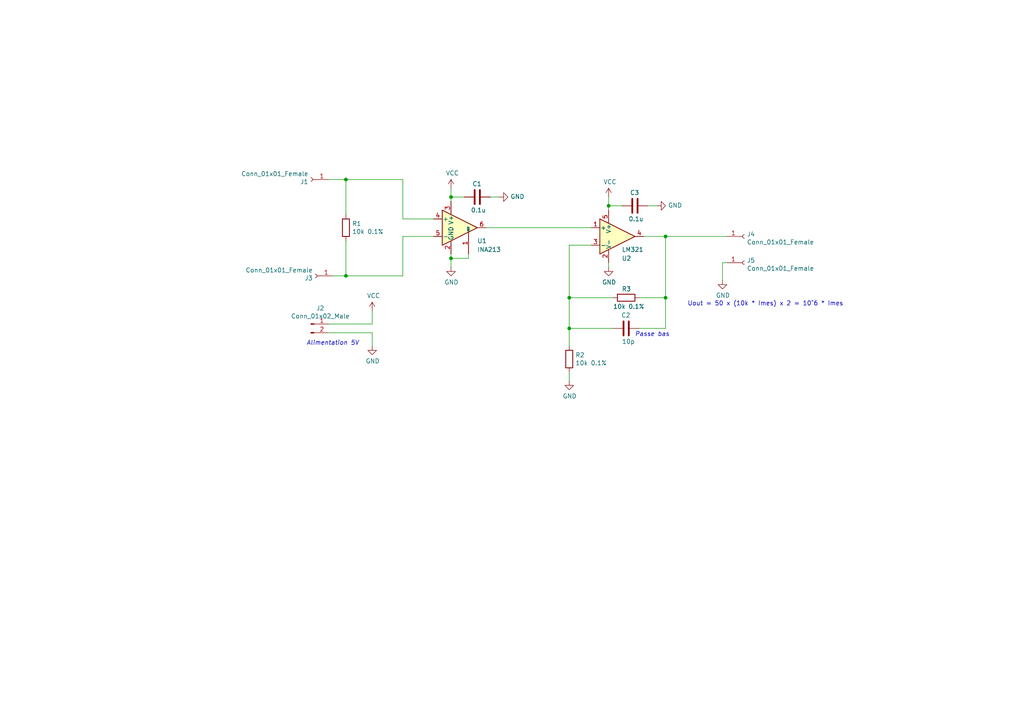
<source format=kicad_sch>
(kicad_sch (version 20211123) (generator eeschema)
  (paper "A4")
  (title_block (title "NanoCurrents") (rev "Rev1") (company "Achille PETITJEAN") (comment 1 "1nA to 1uA measurements = 1mV to 1V output"))
  (lib_symbols
    (symbol "Achille_Library:INA213" (pin_names (offset 0.127))
      (property "Reference" "U" (at 3.81 3.81 0))
      (property "Value" "Achille_Library_INA213" (at 3.81 -2.54 0))
      (symbol "INA213_0_1"
        (polyline (pts (xy 5.08 0) (xy -5.08 5.08) (xy -5.08 -5.08) (xy 5.08 0)) (stroke (width 0.254)) (fill (type background)))
      )
      (symbol "INA213_1_1"
        (pin input line (at 2.54 -7.62 90) (length 6.35) (name "REF") (number "1"))
        (pin power_in line (at -2.54 -7.62 90) (length 3.81) (name "GND") (number "2"))
        (pin power_in line (at -2.54 7.62 270) (length 3.81) (name "V+") (number "3"))
        (pin input line (at -7.62 2.54 0) (length 2.54) (name "+") (number "4"))
        (pin input line (at -7.62 -2.54 0) (length 2.54) (name "-") (number "5"))
        (pin output line (at 7.62 0 180) (length 2.54) (name "~") (number "6"))
      )
    )
    (symbol "Amplifier_Operational:LM321" (pin_names (offset 0.127))
      (property "Reference" "U" (at 0 7.62 0))
      (property "Value" "LM321" (at 0 5.08 0))
      (symbol "LM321_0_1"
        (polyline (pts (xy -5.08 5.08) (xy 5.08 0) (xy -5.08 -5.08) (xy -5.08 5.08)) (stroke (width 0.254)) (fill (type background)))
      )
      (symbol "LM321_1_1"
        (pin input line (at -7.62 2.54 0) (length 2.54) (name "+") (number "1"))
        (pin power_in line (at -2.54 -7.62 90) (length 3.81) (name "V-") (number "2"))
        (pin input line (at -7.62 -2.54 0) (length 2.54) (name "-") (number "3"))
        (pin output line (at 7.62 0 180) (length 2.54) (name "~") (number "4"))
        (pin power_in line (at -2.54 7.62 270) (length 3.81) (name "V+") (number "5"))
      )
    )
    (symbol "Connector:Conn_01x01_Female" (pin_names (offset 1.016) hide)
      (property "Reference" "J" (at 0 2.54 0))
      (property "Value" "Conn_01x01_Female" (at 0 -2.54 0))
      (symbol "Conn_01x01_Female_1_1"
        (polyline (pts (xy -1.27 0) (xy -0.508 0)) (stroke (width 0.1524)))
        (arc (start 0 0.508) (mid -0.508 0) (end 0 -0.508) (stroke (width 0.1524)))
        (pin passive line (at -5.08 0 0) (length 3.81) (name "Pin_1") (number "1"))
      )
    )
    (symbol "Connector:Conn_01x02_Male" (pin_names (offset 1.016) hide)
      (property "Reference" "J" (at 0 2.54 0))
      (property "Value" "Conn_01x02_Male" (at 0 -5.08 0))
      (symbol "Conn_01x02_Male_1_1"
        (polyline (pts (xy 1.27 -2.54) (xy 0.8636 -2.54)) (stroke (width 0.1524)))
        (polyline (pts (xy 1.27 0) (xy 0.8636 0)) (stroke (width 0.1524)))
        (rectangle (start 0.8636 -2.413) (end 0 -2.667) (stroke (width 0.1524)) (fill (type outline)))
        (rectangle (start 0.8636 0.127) (end 0 -0.127) (stroke (width 0.1524)) (fill (type outline)))
        (pin passive line (at 5.08 0 180) (length 3.81) (name "Pin_1") (number "1"))
        (pin passive line (at 5.08 -2.54 180) (length 3.81) (name "Pin_2") (number "2"))
      )
    )
    (symbol "Device:C" (pin_numbers hide) (pin_names (offset 0.254))
      (property "Reference" "C" (at 0.635 2.54 0))
      (property "Value" "C" (at 0.635 -2.54 0))
      (symbol "C_0_1"
        (polyline (pts (xy -2.032 -0.762) (xy 2.032 -0.762)) (stroke (width 0.508)))
        (polyline (pts (xy -2.032 0.762) (xy 2.032 0.762)) (stroke (width 0.508)))
      )
      (symbol "C_1_1"
        (pin passive line (at 0 3.81 270) (length 2.794) (name "~") (number "1"))
        (pin passive line (at 0 -3.81 90) (length 2.794) (name "~") (number "2"))
      )
    )
    (symbol "Device:R" (pin_numbers hide) (pin_names (offset 0))
      (property "Reference" "R" (at 2.032 0 90))
      (property "Value" "R" (at 0 0 90))
      (symbol "R_0_1"
        (rectangle (start -1.016 -2.54) (end 1.016 2.54) (stroke (width 0.254)))
      )
      (symbol "R_1_1"
        (pin passive line (at 0 3.81 270) (length 1.27) (name "~") (number "1"))
        (pin passive line (at 0 -3.81 90) (length 1.27) (name "~") (number "2"))
      )
    )
    (symbol "power:GND" (power) (pin_names (offset 0))
      (property "Value" "GND" (at 0 -3.81 0))
      (symbol "GND_0_1"
        (polyline (pts (xy 0 0) (xy 0 -1.27) (xy 1.27 -1.27) (xy 0 -2.54) (xy -1.27 -1.27) (xy 0 -1.27)))
      )
      (symbol "GND_1_1"
        (pin power_in line (at 0 0 270) (length 0) hide (name "GND") (number "1"))
      )
    )
    (symbol "power:VCC" (power) (pin_names (offset 0))
      (property "Value" "VCC" (at 0 3.81 0))
      (symbol "VCC_0_1"
        (polyline (pts (xy -0.762 1.27) (xy 0 2.54)))
        (polyline (pts (xy 0 0) (xy 0 2.54)))
        (polyline (pts (xy 0 2.54) (xy 0.762 1.27)))
      )
      (symbol "VCC_1_1"
        (pin power_in line (at 0 0 90) (length 0) hide (name "VCC") (number "1"))
      )
    )
  )
  (junction (at 165.1 95.25))
  (junction (at 193.04 86.36))
  (junction (at 100.33 80.01))
  (junction (at 176.53 59.69))
  (junction (at 130.81 57.15))
  (junction (at 130.81 74.93))
  (junction (at 193.04 68.58))
  (junction (at 165.1 86.36))
  (junction (at 100.33 52.07))
  (wire (pts (xy 130.81 74.93) (xy 130.81 73.66)))
  (wire (pts (xy 100.33 80.01) (xy 100.33 69.85)))
  (wire (pts (xy 177.8 95.25) (xy 165.1 95.25)))
  (wire (pts (xy 116.84 68.58) (xy 116.84 80.01)))
  (wire (pts (xy 116.84 80.01) (xy 100.33 80.01)))
  (wire (pts (xy 130.81 57.15) (xy 130.81 58.42)))
  (wire (pts (xy 107.95 93.98) (xy 107.95 90.17)))
  (wire (pts (xy 96.52 80.01) (xy 100.33 80.01)))
  (wire (pts (xy 176.53 59.69) (xy 176.53 57.15)))
  (wire (pts (xy 180.34 59.69) (xy 176.53 59.69)))
  (wire (pts (xy 130.81 57.15) (xy 130.81 54.61)))
  (wire (pts (xy 95.25 96.52) (xy 107.95 96.52)))
  (wire (pts (xy 144.78 57.15) (xy 142.24 57.15)))
  (wire (pts (xy 177.8 86.36) (xy 165.1 86.36)))
  (wire (pts (xy 116.84 52.07) (xy 116.84 63.5)))
  (wire (pts (xy 130.81 74.93) (xy 135.89 74.93)))
  (wire (pts (xy 100.33 52.07) (xy 100.33 62.23)))
  (wire (pts (xy 193.04 86.36) (xy 185.42 86.36)))
  (wire (pts (xy 186.69 68.58) (xy 193.04 68.58)))
  (wire (pts (xy 193.04 68.58) (xy 210.82 68.58)))
  (wire (pts (xy 165.1 86.36) (xy 165.1 95.25)))
  (wire (pts (xy 140.97 66.04) (xy 171.45 66.04)))
  (wire (pts (xy 176.53 77.47) (xy 176.53 76.2)))
  (wire (pts (xy 95.25 93.98) (xy 107.95 93.98)))
  (wire (pts (xy 209.55 81.28) (xy 209.55 76.2)))
  (wire (pts (xy 116.84 68.58) (xy 125.73 68.58)))
  (wire (pts (xy 176.53 59.69) (xy 176.53 60.96)))
  (wire (pts (xy 125.73 63.5) (xy 116.84 63.5)))
  (wire (pts (xy 209.55 76.2) (xy 210.82 76.2)))
  (wire (pts (xy 193.04 95.25) (xy 193.04 86.36)))
  (wire (pts (xy 135.89 74.93) (xy 135.89 73.66)))
  (wire (pts (xy 171.45 71.12) (xy 165.1 71.12)))
  (wire (pts (xy 107.95 96.52) (xy 107.95 100.33)))
  (wire (pts (xy 185.42 95.25) (xy 193.04 95.25)))
  (wire (pts (xy 130.81 77.47) (xy 130.81 74.93)))
  (wire (pts (xy 165.1 95.25) (xy 165.1 100.33)))
  (wire (pts (xy 95.25 52.07) (xy 100.33 52.07)))
  (wire (pts (xy 165.1 110.49) (xy 165.1 107.95)))
  (wire (pts (xy 193.04 68.58) (xy 193.04 86.36)))
  (wire (pts (xy 190.5 59.69) (xy 187.96 59.69)))
  (wire (pts (xy 134.62 57.15) (xy 130.81 57.15)))
  (wire (pts (xy 100.33 52.07) (xy 116.84 52.07)))
  (wire (pts (xy 165.1 71.12) (xy 165.1 86.36)))
  (text "Passe bas" (at 184.15 97.79 0) (effects (font (size 1.27 1.27) italic) (justify left bottom)))
  (text "Alimentation 5V" (at 88.9 100.33 0) (effects (font (size 1.27 1.27) italic) (justify left bottom)))
  (text "Uout = 50 x (10k * Imes) x 2 = 10^6 * Imes" (at 199.39 88.9 0) (effects (font (size 1.27 1.27)) (justify left bottom)))
  (symbol (lib_id "Connector:Conn_01x01_Female") (at 90.17 52.07 180) (unit 1)
    (property "Reference" "J1" (at 89.4588 52.7304 0) (effects (justify left)))
    (property "Value" "Conn_01x01_Female" (at 89.4588 50.419 0) (effects (justify left)))
    (property "Footprint" "Connector_Wire:SolderWirePad_1x01_SMD_5x10mm" (effects hide))
  )
  (symbol (lib_id "Connector:Conn_01x02_Male") (at 90.17 93.98 0) (unit 1)
    (property "Reference" "J2" (at 92.9132 89.3826 0))
    (property "Value" "Conn_01x02_Male" (at 92.9132 91.694 0))
    (property "Footprint" "Connector_PinHeader_2.54mm:PinHeader_1x02_P2.54mm_Vertical" (effects hide))
  )
  (symbol (lib_id "Amplifier_Operational:LM321") (at 179.07 68.58 0) (unit 1)
    (property "Reference" "U2" (at 180.34 74.93 0) (effects (justify left)))
    (property "Value" "LM321" (at 180.34 72.39 0) (effects (justify left)))
    (property "Footprint" "Package_TO_SOT_SMD:SOT-23-5" (effects hide))
    (property "Datasheet" "http://www.ti.com/lit/ds/symlink/lm321.pdf" (effects hide))
  )
  (symbol (lib_id "Achille_Library:INA213") (at 133.35 66.04 0) (unit 1)
    (property "Reference" "U1" (at 138.43 69.85 0) (effects (justify left)))
    (property "Value" "INA213" (at 138.43 72.39 0) (effects (justify left)))
    (property "Footprint" "Achille_footprints:SC-70-6" (effects hide))
    (property "Datasheet" "https://www.ti.com/lit/gpn/INA211" (effects hide))
  )
  (symbol (lib_id "Connector:Conn_01x01_Female") (at 91.44 80.01 180) (unit 1)
    (property "Reference" "J3" (at 90.7288 80.6704 0) (effects (justify left)))
    (property "Value" "Conn_01x01_Female" (at 90.7288 78.359 0) (effects (justify left)))
    (property "Footprint" "Connector_Wire:SolderWirePad_1x01_SMD_5x10mm" (effects hide))
  )
  (symbol (lib_id "Device:R") (at 100.33 66.04 0) (unit 1)
    (property "Reference" "R1" (at 102.108 64.8716 0) (effects (justify left)))
    (property "Value" "10k 0.1%" (at 102.108 67.183 0) (effects (justify left)))
    (property "Footprint" "Resistor_SMD:R_0805_2012Metric" (effects hide))
  )
  (symbol (lib_id "power:GND") (at 130.81 77.47 0) (unit 1)
    (property "Reference" "#PWR04" (effects hide))
    (property "Value" "GND" (at 130.937 81.8642 0))
  )
  (symbol (lib_id "power:VCC") (at 130.81 54.61 0) (unit 1)
    (property "Reference" "#PWR03" (effects hide))
    (property "Value" "VCC" (at 131.191 50.2158 0))
  )
  (symbol (lib_id "Device:C") (at 138.43 57.15 90) (unit 1)
    (property "Reference" "C1" (at 139.7 53.34 90) (effects (justify left)))
    (property "Value" "0.1u" (at 140.97 60.96 90) (effects (justify left)))
    (property "Footprint" "Capacitor_SMD:C_0805_2012Metric" (effects hide))
  )
  (symbol (lib_id "power:GND") (at 144.78 57.15 90) (unit 1)
    (property "Reference" "#PWR05" (effects hide))
    (property "Value" "GND" (at 148.0312 57.023 90) (effects (justify right)))
  )
  (symbol (lib_id "Device:R") (at 165.1 104.14 0) (unit 1)
    (property "Reference" "R2" (at 166.878 102.9716 0) (effects (justify left)))
    (property "Value" "10k 0.1%" (at 166.878 105.283 0) (effects (justify left)))
    (property "Footprint" "Resistor_SMD:R_0805_2012Metric" (effects hide))
  )
  (symbol (lib_id "Device:R") (at 181.61 86.36 270) (unit 1)
    (property "Reference" "R3" (at 180.34 83.82 90) (effects (justify left)))
    (property "Value" "10k 0.1%" (at 177.8 88.9 90) (effects (justify left)))
    (property "Footprint" "Resistor_SMD:R_0805_2012Metric" (effects hide))
  )
  (symbol (lib_id "power:GND") (at 165.1 110.49 0) (unit 1)
    (property "Reference" "#PWR06" (effects hide))
    (property "Value" "GND" (at 165.227 114.8842 0))
  )
  (symbol (lib_id "power:GND") (at 176.53 77.47 0) (unit 1)
    (property "Reference" "#PWR08" (effects hide))
    (property "Value" "GND" (at 176.657 81.8642 0))
  )
  (symbol (lib_id "power:VCC") (at 176.53 57.15 0) (unit 1)
    (property "Reference" "#PWR07" (effects hide))
    (property "Value" "VCC" (at 176.911 52.7558 0))
  )
  (symbol (lib_id "Device:C") (at 184.15 59.69 90) (unit 1)
    (property "Reference" "C3" (at 185.42 55.88 90) (effects (justify left)))
    (property "Value" "0.1u" (at 186.69 63.5 90) (effects (justify left)))
    (property "Footprint" "Capacitor_SMD:C_0805_2012Metric" (effects hide))
  )
  (symbol (lib_id "power:GND") (at 190.5 59.69 90) (unit 1)
    (property "Reference" "#PWR09" (effects hide))
    (property "Value" "GND" (at 193.7512 59.563 90) (effects (justify right)))
  )
  (symbol (lib_id "Device:C") (at 181.61 95.25 90) (unit 1)
    (property "Reference" "C2" (at 182.88 91.44 90) (effects (justify left)))
    (property "Value" "10p" (at 184.15 99.06 90) (effects (justify left)))
    (property "Footprint" "Capacitor_SMD:C_0805_2012Metric" (effects hide))
  )
  (symbol (lib_id "Connector:Conn_01x01_Female") (at 215.9 68.58 0) (unit 1)
    (property "Reference" "J4" (at 216.6112 67.9196 0) (effects (justify left)))
    (property "Value" "Conn_01x01_Female" (at 216.6112 70.231 0) (effects (justify left)))
    (property "Footprint" "Connector_Wire:SolderWirePad_1x01_SMD_5x10mm" (effects hide))
  )
  (symbol (lib_id "Connector:Conn_01x01_Female") (at 215.9 76.2 0) (unit 1)
    (property "Reference" "J5" (at 216.6112 75.5396 0) (effects (justify left)))
    (property "Value" "Conn_01x01_Female" (at 216.6112 77.851 0) (effects (justify left)))
    (property "Footprint" "Connector_Wire:SolderWirePad_1x01_SMD_5x10mm" (effects hide))
  )
  (symbol (lib_id "power:GND") (at 209.55 81.28 0) (unit 1)
    (property "Reference" "#PWR010" (effects hide))
    (property "Value" "GND" (at 209.677 85.6742 0))
  )
  (symbol (lib_id "power:GND") (at 107.95 100.33 0) (unit 1)
    (property "Reference" "#PWR02" (effects hide))
    (property "Value" "GND" (at 108.077 104.7242 0))
  )
  (symbol (lib_id "power:VCC") (at 107.95 90.17 0) (unit 1)
    (property "Reference" "#PWR01" (effects hide))
    (property "Value" "VCC" (at 108.331 85.7758 0))
  )
)
</source>
